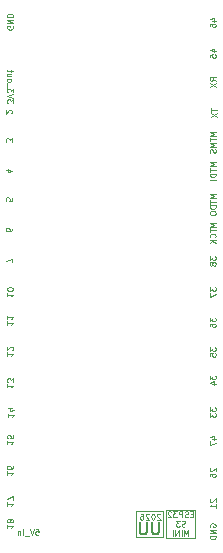
<source format=gbr>
%TF.GenerationSoftware,KiCad,Pcbnew,9.0.7-9.0.7~ubuntu22.04.1*%
%TF.CreationDate,2026-02-16T08:39:35-07:00*%
%TF.ProjectId,ESP32-S3-MINI-1_UU,45535033-322d-4533-932d-4d494e492d31,rev?*%
%TF.SameCoordinates,Original*%
%TF.FileFunction,Legend,Bot*%
%TF.FilePolarity,Positive*%
%FSLAX46Y46*%
G04 Gerber Fmt 4.6, Leading zero omitted, Abs format (unit mm)*
G04 Created by KiCad (PCBNEW 9.0.7-9.0.7~ubuntu22.04.1) date 2026-02-16 08:39:35*
%MOMM*%
%LPD*%
G01*
G04 APERTURE LIST*
%ADD10C,0.100000*%
%ADD11C,0.200000*%
G04 APERTURE END LIST*
D10*
X184500000Y-157800000D02*
X186800000Y-157800000D01*
X187000000Y-157900000D02*
X187000000Y-155500000D01*
X187000000Y-155500000D02*
X189500000Y-155500000D01*
X186800000Y-157800000D02*
X186800000Y-155600000D01*
X189500000Y-157900000D02*
X187000000Y-157900000D01*
X184500000Y-155600000D02*
X184500000Y-157800000D01*
X189500000Y-155500000D02*
X189500000Y-157900000D01*
X186800000Y-155600000D02*
X184500000Y-155600000D01*
X173966390Y-129077068D02*
X173966390Y-129315163D01*
X173966390Y-129315163D02*
X173728295Y-129338972D01*
X173728295Y-129338972D02*
X173752104Y-129315163D01*
X173752104Y-129315163D02*
X173775914Y-129267544D01*
X173775914Y-129267544D02*
X173775914Y-129148496D01*
X173775914Y-129148496D02*
X173752104Y-129100877D01*
X173752104Y-129100877D02*
X173728295Y-129077068D01*
X173728295Y-129077068D02*
X173680676Y-129053258D01*
X173680676Y-129053258D02*
X173561628Y-129053258D01*
X173561628Y-129053258D02*
X173514009Y-129077068D01*
X173514009Y-129077068D02*
X173490200Y-129100877D01*
X173490200Y-129100877D02*
X173466390Y-129148496D01*
X173466390Y-129148496D02*
X173466390Y-129267544D01*
X173466390Y-129267544D02*
X173490200Y-129315163D01*
X173490200Y-129315163D02*
X173514009Y-129338972D01*
X190781228Y-154561027D02*
X190757419Y-154584836D01*
X190757419Y-154584836D02*
X190733609Y-154632455D01*
X190733609Y-154632455D02*
X190733609Y-154751503D01*
X190733609Y-154751503D02*
X190757419Y-154799122D01*
X190757419Y-154799122D02*
X190781228Y-154822931D01*
X190781228Y-154822931D02*
X190828847Y-154846741D01*
X190828847Y-154846741D02*
X190876466Y-154846741D01*
X190876466Y-154846741D02*
X190947895Y-154822931D01*
X190947895Y-154822931D02*
X191233609Y-154537217D01*
X191233609Y-154537217D02*
X191233609Y-154846741D01*
X191233609Y-155322931D02*
X191233609Y-155037217D01*
X191233609Y-155180074D02*
X190733609Y-155180074D01*
X190733609Y-155180074D02*
X190805038Y-155132455D01*
X190805038Y-155132455D02*
X190852657Y-155084836D01*
X190852657Y-155084836D02*
X190876466Y-155037217D01*
X190733609Y-134037217D02*
X190733609Y-134346741D01*
X190733609Y-134346741D02*
X190924085Y-134180074D01*
X190924085Y-134180074D02*
X190924085Y-134251503D01*
X190924085Y-134251503D02*
X190947895Y-134299122D01*
X190947895Y-134299122D02*
X190971704Y-134322931D01*
X190971704Y-134322931D02*
X191019323Y-134346741D01*
X191019323Y-134346741D02*
X191138371Y-134346741D01*
X191138371Y-134346741D02*
X191185990Y-134322931D01*
X191185990Y-134322931D02*
X191209800Y-134299122D01*
X191209800Y-134299122D02*
X191233609Y-134251503D01*
X191233609Y-134251503D02*
X191233609Y-134108646D01*
X191233609Y-134108646D02*
X191209800Y-134061027D01*
X191209800Y-134061027D02*
X191185990Y-134037217D01*
X190947895Y-134632455D02*
X190924085Y-134584836D01*
X190924085Y-134584836D02*
X190900276Y-134561026D01*
X190900276Y-134561026D02*
X190852657Y-134537217D01*
X190852657Y-134537217D02*
X190828847Y-134537217D01*
X190828847Y-134537217D02*
X190781228Y-134561026D01*
X190781228Y-134561026D02*
X190757419Y-134584836D01*
X190757419Y-134584836D02*
X190733609Y-134632455D01*
X190733609Y-134632455D02*
X190733609Y-134727693D01*
X190733609Y-134727693D02*
X190757419Y-134775312D01*
X190757419Y-134775312D02*
X190781228Y-134799121D01*
X190781228Y-134799121D02*
X190828847Y-134822931D01*
X190828847Y-134822931D02*
X190852657Y-134822931D01*
X190852657Y-134822931D02*
X190900276Y-134799121D01*
X190900276Y-134799121D02*
X190924085Y-134775312D01*
X190924085Y-134775312D02*
X190947895Y-134727693D01*
X190947895Y-134727693D02*
X190947895Y-134632455D01*
X190947895Y-134632455D02*
X190971704Y-134584836D01*
X190971704Y-134584836D02*
X190995514Y-134561026D01*
X190995514Y-134561026D02*
X191043133Y-134537217D01*
X191043133Y-134537217D02*
X191138371Y-134537217D01*
X191138371Y-134537217D02*
X191185990Y-134561026D01*
X191185990Y-134561026D02*
X191209800Y-134584836D01*
X191209800Y-134584836D02*
X191233609Y-134632455D01*
X191233609Y-134632455D02*
X191233609Y-134727693D01*
X191233609Y-134727693D02*
X191209800Y-134775312D01*
X191209800Y-134775312D02*
X191185990Y-134799121D01*
X191185990Y-134799121D02*
X191138371Y-134822931D01*
X191138371Y-134822931D02*
X191043133Y-134822931D01*
X191043133Y-134822931D02*
X190995514Y-134799121D01*
X190995514Y-134799121D02*
X190971704Y-134775312D01*
X190971704Y-134775312D02*
X190947895Y-134727693D01*
X190781228Y-151961027D02*
X190757419Y-151984836D01*
X190757419Y-151984836D02*
X190733609Y-152032455D01*
X190733609Y-152032455D02*
X190733609Y-152151503D01*
X190733609Y-152151503D02*
X190757419Y-152199122D01*
X190757419Y-152199122D02*
X190781228Y-152222931D01*
X190781228Y-152222931D02*
X190828847Y-152246741D01*
X190828847Y-152246741D02*
X190876466Y-152246741D01*
X190876466Y-152246741D02*
X190947895Y-152222931D01*
X190947895Y-152222931D02*
X191233609Y-151937217D01*
X191233609Y-151937217D02*
X191233609Y-152246741D01*
X190733609Y-152675312D02*
X190733609Y-152580074D01*
X190733609Y-152580074D02*
X190757419Y-152532455D01*
X190757419Y-152532455D02*
X190781228Y-152508645D01*
X190781228Y-152508645D02*
X190852657Y-152461026D01*
X190852657Y-152461026D02*
X190947895Y-152437217D01*
X190947895Y-152437217D02*
X191138371Y-152437217D01*
X191138371Y-152437217D02*
X191185990Y-152461026D01*
X191185990Y-152461026D02*
X191209800Y-152484836D01*
X191209800Y-152484836D02*
X191233609Y-152532455D01*
X191233609Y-152532455D02*
X191233609Y-152627693D01*
X191233609Y-152627693D02*
X191209800Y-152675312D01*
X191209800Y-152675312D02*
X191185990Y-152699121D01*
X191185990Y-152699121D02*
X191138371Y-152722931D01*
X191138371Y-152722931D02*
X191019323Y-152722931D01*
X191019323Y-152722931D02*
X190971704Y-152699121D01*
X190971704Y-152699121D02*
X190947895Y-152675312D01*
X190947895Y-152675312D02*
X190924085Y-152627693D01*
X190924085Y-152627693D02*
X190924085Y-152532455D01*
X190924085Y-152532455D02*
X190947895Y-152484836D01*
X190947895Y-152484836D02*
X190971704Y-152461026D01*
X190971704Y-152461026D02*
X191019323Y-152437217D01*
X186538972Y-155881228D02*
X186515163Y-155857419D01*
X186515163Y-155857419D02*
X186467544Y-155833609D01*
X186467544Y-155833609D02*
X186348496Y-155833609D01*
X186348496Y-155833609D02*
X186300877Y-155857419D01*
X186300877Y-155857419D02*
X186277068Y-155881228D01*
X186277068Y-155881228D02*
X186253258Y-155928847D01*
X186253258Y-155928847D02*
X186253258Y-155976466D01*
X186253258Y-155976466D02*
X186277068Y-156047895D01*
X186277068Y-156047895D02*
X186562782Y-156333609D01*
X186562782Y-156333609D02*
X186253258Y-156333609D01*
X185943735Y-155833609D02*
X185896116Y-155833609D01*
X185896116Y-155833609D02*
X185848497Y-155857419D01*
X185848497Y-155857419D02*
X185824687Y-155881228D01*
X185824687Y-155881228D02*
X185800878Y-155928847D01*
X185800878Y-155928847D02*
X185777068Y-156024085D01*
X185777068Y-156024085D02*
X185777068Y-156143133D01*
X185777068Y-156143133D02*
X185800878Y-156238371D01*
X185800878Y-156238371D02*
X185824687Y-156285990D01*
X185824687Y-156285990D02*
X185848497Y-156309800D01*
X185848497Y-156309800D02*
X185896116Y-156333609D01*
X185896116Y-156333609D02*
X185943735Y-156333609D01*
X185943735Y-156333609D02*
X185991354Y-156309800D01*
X185991354Y-156309800D02*
X186015163Y-156285990D01*
X186015163Y-156285990D02*
X186038973Y-156238371D01*
X186038973Y-156238371D02*
X186062782Y-156143133D01*
X186062782Y-156143133D02*
X186062782Y-156024085D01*
X186062782Y-156024085D02*
X186038973Y-155928847D01*
X186038973Y-155928847D02*
X186015163Y-155881228D01*
X186015163Y-155881228D02*
X185991354Y-155857419D01*
X185991354Y-155857419D02*
X185943735Y-155833609D01*
X185586592Y-155881228D02*
X185562783Y-155857419D01*
X185562783Y-155857419D02*
X185515164Y-155833609D01*
X185515164Y-155833609D02*
X185396116Y-155833609D01*
X185396116Y-155833609D02*
X185348497Y-155857419D01*
X185348497Y-155857419D02*
X185324688Y-155881228D01*
X185324688Y-155881228D02*
X185300878Y-155928847D01*
X185300878Y-155928847D02*
X185300878Y-155976466D01*
X185300878Y-155976466D02*
X185324688Y-156047895D01*
X185324688Y-156047895D02*
X185610402Y-156333609D01*
X185610402Y-156333609D02*
X185300878Y-156333609D01*
X184872307Y-155833609D02*
X184967545Y-155833609D01*
X184967545Y-155833609D02*
X185015164Y-155857419D01*
X185015164Y-155857419D02*
X185038974Y-155881228D01*
X185038974Y-155881228D02*
X185086593Y-155952657D01*
X185086593Y-155952657D02*
X185110402Y-156047895D01*
X185110402Y-156047895D02*
X185110402Y-156238371D01*
X185110402Y-156238371D02*
X185086593Y-156285990D01*
X185086593Y-156285990D02*
X185062783Y-156309800D01*
X185062783Y-156309800D02*
X185015164Y-156333609D01*
X185015164Y-156333609D02*
X184919926Y-156333609D01*
X184919926Y-156333609D02*
X184872307Y-156309800D01*
X184872307Y-156309800D02*
X184848498Y-156285990D01*
X184848498Y-156285990D02*
X184824688Y-156238371D01*
X184824688Y-156238371D02*
X184824688Y-156119323D01*
X184824688Y-156119323D02*
X184848498Y-156071704D01*
X184848498Y-156071704D02*
X184872307Y-156047895D01*
X184872307Y-156047895D02*
X184919926Y-156024085D01*
X184919926Y-156024085D02*
X185015164Y-156024085D01*
X185015164Y-156024085D02*
X185062783Y-156047895D01*
X185062783Y-156047895D02*
X185086593Y-156071704D01*
X185086593Y-156071704D02*
X185110402Y-156119323D01*
X173566390Y-152253258D02*
X173566390Y-152538972D01*
X173566390Y-152396115D02*
X174066390Y-152396115D01*
X174066390Y-152396115D02*
X173994961Y-152443734D01*
X173994961Y-152443734D02*
X173947342Y-152491353D01*
X173947342Y-152491353D02*
X173923533Y-152538972D01*
X174066390Y-151824687D02*
X174066390Y-151919925D01*
X174066390Y-151919925D02*
X174042580Y-151967544D01*
X174042580Y-151967544D02*
X174018771Y-151991354D01*
X174018771Y-151991354D02*
X173947342Y-152038973D01*
X173947342Y-152038973D02*
X173852104Y-152062782D01*
X173852104Y-152062782D02*
X173661628Y-152062782D01*
X173661628Y-152062782D02*
X173614009Y-152038973D01*
X173614009Y-152038973D02*
X173590200Y-152015163D01*
X173590200Y-152015163D02*
X173566390Y-151967544D01*
X173566390Y-151967544D02*
X173566390Y-151872306D01*
X173566390Y-151872306D02*
X173590200Y-151824687D01*
X173590200Y-151824687D02*
X173614009Y-151800878D01*
X173614009Y-151800878D02*
X173661628Y-151777068D01*
X173661628Y-151777068D02*
X173780676Y-151777068D01*
X173780676Y-151777068D02*
X173828295Y-151800878D01*
X173828295Y-151800878D02*
X173852104Y-151824687D01*
X173852104Y-151824687D02*
X173875914Y-151872306D01*
X173875914Y-151872306D02*
X173875914Y-151967544D01*
X173875914Y-151967544D02*
X173852104Y-152015163D01*
X173852104Y-152015163D02*
X173828295Y-152038973D01*
X173828295Y-152038973D02*
X173780676Y-152062782D01*
X174042580Y-114553258D02*
X174066390Y-114600877D01*
X174066390Y-114600877D02*
X174066390Y-114672306D01*
X174066390Y-114672306D02*
X174042580Y-114743734D01*
X174042580Y-114743734D02*
X173994961Y-114791353D01*
X173994961Y-114791353D02*
X173947342Y-114815163D01*
X173947342Y-114815163D02*
X173852104Y-114838972D01*
X173852104Y-114838972D02*
X173780676Y-114838972D01*
X173780676Y-114838972D02*
X173685438Y-114815163D01*
X173685438Y-114815163D02*
X173637819Y-114791353D01*
X173637819Y-114791353D02*
X173590200Y-114743734D01*
X173590200Y-114743734D02*
X173566390Y-114672306D01*
X173566390Y-114672306D02*
X173566390Y-114624687D01*
X173566390Y-114624687D02*
X173590200Y-114553258D01*
X173590200Y-114553258D02*
X173614009Y-114529449D01*
X173614009Y-114529449D02*
X173780676Y-114529449D01*
X173780676Y-114529449D02*
X173780676Y-114624687D01*
X173566390Y-114315163D02*
X174066390Y-114315163D01*
X174066390Y-114315163D02*
X173566390Y-114029449D01*
X173566390Y-114029449D02*
X174066390Y-114029449D01*
X173566390Y-113791353D02*
X174066390Y-113791353D01*
X174066390Y-113791353D02*
X174066390Y-113672305D01*
X174066390Y-113672305D02*
X174042580Y-113600877D01*
X174042580Y-113600877D02*
X173994961Y-113553258D01*
X173994961Y-113553258D02*
X173947342Y-113529448D01*
X173947342Y-113529448D02*
X173852104Y-113505639D01*
X173852104Y-113505639D02*
X173780676Y-113505639D01*
X173780676Y-113505639D02*
X173685438Y-113529448D01*
X173685438Y-113529448D02*
X173637819Y-113553258D01*
X173637819Y-113553258D02*
X173590200Y-113600877D01*
X173590200Y-113600877D02*
X173566390Y-113672305D01*
X173566390Y-113672305D02*
X173566390Y-113791353D01*
X190833609Y-121513408D02*
X190833609Y-121799122D01*
X191333609Y-121656265D02*
X190833609Y-121656265D01*
X190833609Y-121918169D02*
X191333609Y-122251502D01*
X190833609Y-122251502D02*
X191333609Y-121918169D01*
X173566390Y-156753258D02*
X173566390Y-157038972D01*
X173566390Y-156896115D02*
X174066390Y-156896115D01*
X174066390Y-156896115D02*
X173994961Y-156943734D01*
X173994961Y-156943734D02*
X173947342Y-156991353D01*
X173947342Y-156991353D02*
X173923533Y-157038972D01*
X173852104Y-156467544D02*
X173875914Y-156515163D01*
X173875914Y-156515163D02*
X173899723Y-156538973D01*
X173899723Y-156538973D02*
X173947342Y-156562782D01*
X173947342Y-156562782D02*
X173971152Y-156562782D01*
X173971152Y-156562782D02*
X174018771Y-156538973D01*
X174018771Y-156538973D02*
X174042580Y-156515163D01*
X174042580Y-156515163D02*
X174066390Y-156467544D01*
X174066390Y-156467544D02*
X174066390Y-156372306D01*
X174066390Y-156372306D02*
X174042580Y-156324687D01*
X174042580Y-156324687D02*
X174018771Y-156300878D01*
X174018771Y-156300878D02*
X173971152Y-156277068D01*
X173971152Y-156277068D02*
X173947342Y-156277068D01*
X173947342Y-156277068D02*
X173899723Y-156300878D01*
X173899723Y-156300878D02*
X173875914Y-156324687D01*
X173875914Y-156324687D02*
X173852104Y-156372306D01*
X173852104Y-156372306D02*
X173852104Y-156467544D01*
X173852104Y-156467544D02*
X173828295Y-156515163D01*
X173828295Y-156515163D02*
X173804485Y-156538973D01*
X173804485Y-156538973D02*
X173756866Y-156562782D01*
X173756866Y-156562782D02*
X173661628Y-156562782D01*
X173661628Y-156562782D02*
X173614009Y-156538973D01*
X173614009Y-156538973D02*
X173590200Y-156515163D01*
X173590200Y-156515163D02*
X173566390Y-156467544D01*
X173566390Y-156467544D02*
X173566390Y-156372306D01*
X173566390Y-156372306D02*
X173590200Y-156324687D01*
X173590200Y-156324687D02*
X173614009Y-156300878D01*
X173614009Y-156300878D02*
X173661628Y-156277068D01*
X173661628Y-156277068D02*
X173756866Y-156277068D01*
X173756866Y-156277068D02*
X173804485Y-156300878D01*
X173804485Y-156300878D02*
X173828295Y-156324687D01*
X173828295Y-156324687D02*
X173852104Y-156372306D01*
X190900276Y-149499122D02*
X191233609Y-149499122D01*
X190709800Y-149380074D02*
X191066942Y-149261027D01*
X191066942Y-149261027D02*
X191066942Y-149570550D01*
X190733609Y-149713407D02*
X190733609Y-150046740D01*
X190733609Y-150046740D02*
X191233609Y-149832455D01*
X173566390Y-142153258D02*
X173566390Y-142438972D01*
X173566390Y-142296115D02*
X174066390Y-142296115D01*
X174066390Y-142296115D02*
X173994961Y-142343734D01*
X173994961Y-142343734D02*
X173947342Y-142391353D01*
X173947342Y-142391353D02*
X173923533Y-142438972D01*
X174018771Y-141962782D02*
X174042580Y-141938973D01*
X174042580Y-141938973D02*
X174066390Y-141891354D01*
X174066390Y-141891354D02*
X174066390Y-141772306D01*
X174066390Y-141772306D02*
X174042580Y-141724687D01*
X174042580Y-141724687D02*
X174018771Y-141700878D01*
X174018771Y-141700878D02*
X173971152Y-141677068D01*
X173971152Y-141677068D02*
X173923533Y-141677068D01*
X173923533Y-141677068D02*
X173852104Y-141700878D01*
X173852104Y-141700878D02*
X173566390Y-141986592D01*
X173566390Y-141986592D02*
X173566390Y-141677068D01*
X173566390Y-149653258D02*
X173566390Y-149938972D01*
X173566390Y-149796115D02*
X174066390Y-149796115D01*
X174066390Y-149796115D02*
X173994961Y-149843734D01*
X173994961Y-149843734D02*
X173947342Y-149891353D01*
X173947342Y-149891353D02*
X173923533Y-149938972D01*
X174066390Y-149200878D02*
X174066390Y-149438973D01*
X174066390Y-149438973D02*
X173828295Y-149462782D01*
X173828295Y-149462782D02*
X173852104Y-149438973D01*
X173852104Y-149438973D02*
X173875914Y-149391354D01*
X173875914Y-149391354D02*
X173875914Y-149272306D01*
X173875914Y-149272306D02*
X173852104Y-149224687D01*
X173852104Y-149224687D02*
X173828295Y-149200878D01*
X173828295Y-149200878D02*
X173780676Y-149177068D01*
X173780676Y-149177068D02*
X173661628Y-149177068D01*
X173661628Y-149177068D02*
X173614009Y-149200878D01*
X173614009Y-149200878D02*
X173590200Y-149224687D01*
X173590200Y-149224687D02*
X173566390Y-149272306D01*
X173566390Y-149272306D02*
X173566390Y-149391354D01*
X173566390Y-149391354D02*
X173590200Y-149438973D01*
X173590200Y-149438973D02*
X173614009Y-149462782D01*
X174066390Y-121062782D02*
X174066390Y-120753258D01*
X174066390Y-120753258D02*
X173875914Y-120919925D01*
X173875914Y-120919925D02*
X173875914Y-120848496D01*
X173875914Y-120848496D02*
X173852104Y-120800877D01*
X173852104Y-120800877D02*
X173828295Y-120777068D01*
X173828295Y-120777068D02*
X173780676Y-120753258D01*
X173780676Y-120753258D02*
X173661628Y-120753258D01*
X173661628Y-120753258D02*
X173614009Y-120777068D01*
X173614009Y-120777068D02*
X173590200Y-120800877D01*
X173590200Y-120800877D02*
X173566390Y-120848496D01*
X173566390Y-120848496D02*
X173566390Y-120991353D01*
X173566390Y-120991353D02*
X173590200Y-121038972D01*
X173590200Y-121038972D02*
X173614009Y-121062782D01*
X174066390Y-120610401D02*
X173566390Y-120443735D01*
X173566390Y-120443735D02*
X174066390Y-120277068D01*
X174066390Y-120158021D02*
X174066390Y-119848497D01*
X174066390Y-119848497D02*
X173875914Y-120015164D01*
X173875914Y-120015164D02*
X173875914Y-119943735D01*
X173875914Y-119943735D02*
X173852104Y-119896116D01*
X173852104Y-119896116D02*
X173828295Y-119872307D01*
X173828295Y-119872307D02*
X173780676Y-119848497D01*
X173780676Y-119848497D02*
X173661628Y-119848497D01*
X173661628Y-119848497D02*
X173614009Y-119872307D01*
X173614009Y-119872307D02*
X173590200Y-119896116D01*
X173590200Y-119896116D02*
X173566390Y-119943735D01*
X173566390Y-119943735D02*
X173566390Y-120086592D01*
X173566390Y-120086592D02*
X173590200Y-120134211D01*
X173590200Y-120134211D02*
X173614009Y-120158021D01*
X173518771Y-119753260D02*
X173518771Y-119372307D01*
X173566390Y-119181831D02*
X173590200Y-119229450D01*
X173590200Y-119229450D02*
X173614009Y-119253260D01*
X173614009Y-119253260D02*
X173661628Y-119277069D01*
X173661628Y-119277069D02*
X173804485Y-119277069D01*
X173804485Y-119277069D02*
X173852104Y-119253260D01*
X173852104Y-119253260D02*
X173875914Y-119229450D01*
X173875914Y-119229450D02*
X173899723Y-119181831D01*
X173899723Y-119181831D02*
X173899723Y-119110403D01*
X173899723Y-119110403D02*
X173875914Y-119062784D01*
X173875914Y-119062784D02*
X173852104Y-119038974D01*
X173852104Y-119038974D02*
X173804485Y-119015165D01*
X173804485Y-119015165D02*
X173661628Y-119015165D01*
X173661628Y-119015165D02*
X173614009Y-119038974D01*
X173614009Y-119038974D02*
X173590200Y-119062784D01*
X173590200Y-119062784D02*
X173566390Y-119110403D01*
X173566390Y-119110403D02*
X173566390Y-119181831D01*
X173899723Y-118586593D02*
X173566390Y-118586593D01*
X173899723Y-118800879D02*
X173637819Y-118800879D01*
X173637819Y-118800879D02*
X173590200Y-118777069D01*
X173590200Y-118777069D02*
X173566390Y-118729450D01*
X173566390Y-118729450D02*
X173566390Y-118658022D01*
X173566390Y-118658022D02*
X173590200Y-118610403D01*
X173590200Y-118610403D02*
X173614009Y-118586593D01*
X173899723Y-118419926D02*
X173899723Y-118229450D01*
X174066390Y-118348498D02*
X173637819Y-118348498D01*
X173637819Y-118348498D02*
X173590200Y-118324688D01*
X173590200Y-118324688D02*
X173566390Y-118277069D01*
X173566390Y-118277069D02*
X173566390Y-118229450D01*
X173799723Y-126700877D02*
X173466390Y-126700877D01*
X173990200Y-126819925D02*
X173633057Y-126938972D01*
X173633057Y-126938972D02*
X173633057Y-126629449D01*
X190900276Y-116699122D02*
X191233609Y-116699122D01*
X190709800Y-116580074D02*
X191066942Y-116461027D01*
X191066942Y-116461027D02*
X191066942Y-116770550D01*
X190733609Y-117199121D02*
X190733609Y-116961026D01*
X190733609Y-116961026D02*
X190971704Y-116937217D01*
X190971704Y-116937217D02*
X190947895Y-116961026D01*
X190947895Y-116961026D02*
X190924085Y-117008645D01*
X190924085Y-117008645D02*
X190924085Y-117127693D01*
X190924085Y-117127693D02*
X190947895Y-117175312D01*
X190947895Y-117175312D02*
X190971704Y-117199121D01*
X190971704Y-117199121D02*
X191019323Y-117222931D01*
X191019323Y-117222931D02*
X191138371Y-117222931D01*
X191138371Y-117222931D02*
X191185990Y-117199121D01*
X191185990Y-117199121D02*
X191209800Y-117175312D01*
X191209800Y-117175312D02*
X191233609Y-117127693D01*
X191233609Y-117127693D02*
X191233609Y-117008645D01*
X191233609Y-117008645D02*
X191209800Y-116961026D01*
X191209800Y-116961026D02*
X191185990Y-116937217D01*
X191233609Y-119170550D02*
X190995514Y-119003884D01*
X191233609Y-118884836D02*
X190733609Y-118884836D01*
X190733609Y-118884836D02*
X190733609Y-119075312D01*
X190733609Y-119075312D02*
X190757419Y-119122931D01*
X190757419Y-119122931D02*
X190781228Y-119146741D01*
X190781228Y-119146741D02*
X190828847Y-119170550D01*
X190828847Y-119170550D02*
X190900276Y-119170550D01*
X190900276Y-119170550D02*
X190947895Y-119146741D01*
X190947895Y-119146741D02*
X190971704Y-119122931D01*
X190971704Y-119122931D02*
X190995514Y-119075312D01*
X190995514Y-119075312D02*
X190995514Y-118884836D01*
X190733609Y-119337217D02*
X191233609Y-119670550D01*
X190733609Y-119670550D02*
X191233609Y-119337217D01*
X173966390Y-131700877D02*
X173966390Y-131796115D01*
X173966390Y-131796115D02*
X173942580Y-131843734D01*
X173942580Y-131843734D02*
X173918771Y-131867544D01*
X173918771Y-131867544D02*
X173847342Y-131915163D01*
X173847342Y-131915163D02*
X173752104Y-131938972D01*
X173752104Y-131938972D02*
X173561628Y-131938972D01*
X173561628Y-131938972D02*
X173514009Y-131915163D01*
X173514009Y-131915163D02*
X173490200Y-131891353D01*
X173490200Y-131891353D02*
X173466390Y-131843734D01*
X173466390Y-131843734D02*
X173466390Y-131748496D01*
X173466390Y-131748496D02*
X173490200Y-131700877D01*
X173490200Y-131700877D02*
X173514009Y-131677068D01*
X173514009Y-131677068D02*
X173561628Y-131653258D01*
X173561628Y-131653258D02*
X173680676Y-131653258D01*
X173680676Y-131653258D02*
X173728295Y-131677068D01*
X173728295Y-131677068D02*
X173752104Y-131700877D01*
X173752104Y-131700877D02*
X173775914Y-131748496D01*
X173775914Y-131748496D02*
X173775914Y-131843734D01*
X173775914Y-131843734D02*
X173752104Y-131891353D01*
X173752104Y-131891353D02*
X173728295Y-131915163D01*
X173728295Y-131915163D02*
X173680676Y-131938972D01*
X190900276Y-114099122D02*
X191233609Y-114099122D01*
X190709800Y-113980074D02*
X191066942Y-113861027D01*
X191066942Y-113861027D02*
X191066942Y-114170550D01*
X190733609Y-114575312D02*
X190733609Y-114480074D01*
X190733609Y-114480074D02*
X190757419Y-114432455D01*
X190757419Y-114432455D02*
X190781228Y-114408645D01*
X190781228Y-114408645D02*
X190852657Y-114361026D01*
X190852657Y-114361026D02*
X190947895Y-114337217D01*
X190947895Y-114337217D02*
X191138371Y-114337217D01*
X191138371Y-114337217D02*
X191185990Y-114361026D01*
X191185990Y-114361026D02*
X191209800Y-114384836D01*
X191209800Y-114384836D02*
X191233609Y-114432455D01*
X191233609Y-114432455D02*
X191233609Y-114527693D01*
X191233609Y-114527693D02*
X191209800Y-114575312D01*
X191209800Y-114575312D02*
X191185990Y-114599121D01*
X191185990Y-114599121D02*
X191138371Y-114622931D01*
X191138371Y-114622931D02*
X191019323Y-114622931D01*
X191019323Y-114622931D02*
X190971704Y-114599121D01*
X190971704Y-114599121D02*
X190947895Y-114575312D01*
X190947895Y-114575312D02*
X190924085Y-114527693D01*
X190924085Y-114527693D02*
X190924085Y-114432455D01*
X190924085Y-114432455D02*
X190947895Y-114384836D01*
X190947895Y-114384836D02*
X190971704Y-114361026D01*
X190971704Y-114361026D02*
X191019323Y-114337217D01*
X191233609Y-128784836D02*
X190733609Y-128784836D01*
X190733609Y-128784836D02*
X191090752Y-128951503D01*
X191090752Y-128951503D02*
X190733609Y-129118169D01*
X190733609Y-129118169D02*
X191233609Y-129118169D01*
X190733609Y-129284837D02*
X190733609Y-129570551D01*
X191233609Y-129427694D02*
X190733609Y-129427694D01*
X191233609Y-129737217D02*
X190733609Y-129737217D01*
X190733609Y-129737217D02*
X190733609Y-129856265D01*
X190733609Y-129856265D02*
X190757419Y-129927693D01*
X190757419Y-129927693D02*
X190805038Y-129975312D01*
X190805038Y-129975312D02*
X190852657Y-129999122D01*
X190852657Y-129999122D02*
X190947895Y-130022931D01*
X190947895Y-130022931D02*
X191019323Y-130022931D01*
X191019323Y-130022931D02*
X191114561Y-129999122D01*
X191114561Y-129999122D02*
X191162180Y-129975312D01*
X191162180Y-129975312D02*
X191209800Y-129927693D01*
X191209800Y-129927693D02*
X191233609Y-129856265D01*
X191233609Y-129856265D02*
X191233609Y-129737217D01*
X190733609Y-130332455D02*
X190733609Y-130427693D01*
X190733609Y-130427693D02*
X190757419Y-130475312D01*
X190757419Y-130475312D02*
X190805038Y-130522931D01*
X190805038Y-130522931D02*
X190900276Y-130546741D01*
X190900276Y-130546741D02*
X191066942Y-130546741D01*
X191066942Y-130546741D02*
X191162180Y-130522931D01*
X191162180Y-130522931D02*
X191209800Y-130475312D01*
X191209800Y-130475312D02*
X191233609Y-130427693D01*
X191233609Y-130427693D02*
X191233609Y-130332455D01*
X191233609Y-130332455D02*
X191209800Y-130284836D01*
X191209800Y-130284836D02*
X191162180Y-130237217D01*
X191162180Y-130237217D02*
X191066942Y-130213408D01*
X191066942Y-130213408D02*
X190900276Y-130213408D01*
X190900276Y-130213408D02*
X190805038Y-130237217D01*
X190805038Y-130237217D02*
X190757419Y-130284836D01*
X190757419Y-130284836D02*
X190733609Y-130332455D01*
X175977068Y-157133609D02*
X176215163Y-157133609D01*
X176215163Y-157133609D02*
X176238972Y-157371704D01*
X176238972Y-157371704D02*
X176215163Y-157347895D01*
X176215163Y-157347895D02*
X176167544Y-157324085D01*
X176167544Y-157324085D02*
X176048496Y-157324085D01*
X176048496Y-157324085D02*
X176000877Y-157347895D01*
X176000877Y-157347895D02*
X175977068Y-157371704D01*
X175977068Y-157371704D02*
X175953258Y-157419323D01*
X175953258Y-157419323D02*
X175953258Y-157538371D01*
X175953258Y-157538371D02*
X175977068Y-157585990D01*
X175977068Y-157585990D02*
X176000877Y-157609800D01*
X176000877Y-157609800D02*
X176048496Y-157633609D01*
X176048496Y-157633609D02*
X176167544Y-157633609D01*
X176167544Y-157633609D02*
X176215163Y-157609800D01*
X176215163Y-157609800D02*
X176238972Y-157585990D01*
X175810401Y-157133609D02*
X175643735Y-157633609D01*
X175643735Y-157633609D02*
X175477068Y-157133609D01*
X175429450Y-157681228D02*
X175048497Y-157681228D01*
X174929450Y-157633609D02*
X174929450Y-157300276D01*
X174929450Y-157133609D02*
X174953259Y-157157419D01*
X174953259Y-157157419D02*
X174929450Y-157181228D01*
X174929450Y-157181228D02*
X174905640Y-157157419D01*
X174905640Y-157157419D02*
X174929450Y-157133609D01*
X174929450Y-157133609D02*
X174929450Y-157181228D01*
X174691355Y-157300276D02*
X174691355Y-157633609D01*
X174691355Y-157347895D02*
X174667545Y-157324085D01*
X174667545Y-157324085D02*
X174619926Y-157300276D01*
X174619926Y-157300276D02*
X174548498Y-157300276D01*
X174548498Y-157300276D02*
X174500879Y-157324085D01*
X174500879Y-157324085D02*
X174477069Y-157371704D01*
X174477069Y-157371704D02*
X174477069Y-157633609D01*
X190733609Y-139237217D02*
X190733609Y-139546741D01*
X190733609Y-139546741D02*
X190924085Y-139380074D01*
X190924085Y-139380074D02*
X190924085Y-139451503D01*
X190924085Y-139451503D02*
X190947895Y-139499122D01*
X190947895Y-139499122D02*
X190971704Y-139522931D01*
X190971704Y-139522931D02*
X191019323Y-139546741D01*
X191019323Y-139546741D02*
X191138371Y-139546741D01*
X191138371Y-139546741D02*
X191185990Y-139522931D01*
X191185990Y-139522931D02*
X191209800Y-139499122D01*
X191209800Y-139499122D02*
X191233609Y-139451503D01*
X191233609Y-139451503D02*
X191233609Y-139308646D01*
X191233609Y-139308646D02*
X191209800Y-139261027D01*
X191209800Y-139261027D02*
X191185990Y-139237217D01*
X190733609Y-139975312D02*
X190733609Y-139880074D01*
X190733609Y-139880074D02*
X190757419Y-139832455D01*
X190757419Y-139832455D02*
X190781228Y-139808645D01*
X190781228Y-139808645D02*
X190852657Y-139761026D01*
X190852657Y-139761026D02*
X190947895Y-139737217D01*
X190947895Y-139737217D02*
X191138371Y-139737217D01*
X191138371Y-139737217D02*
X191185990Y-139761026D01*
X191185990Y-139761026D02*
X191209800Y-139784836D01*
X191209800Y-139784836D02*
X191233609Y-139832455D01*
X191233609Y-139832455D02*
X191233609Y-139927693D01*
X191233609Y-139927693D02*
X191209800Y-139975312D01*
X191209800Y-139975312D02*
X191185990Y-139999121D01*
X191185990Y-139999121D02*
X191138371Y-140022931D01*
X191138371Y-140022931D02*
X191019323Y-140022931D01*
X191019323Y-140022931D02*
X190971704Y-139999121D01*
X190971704Y-139999121D02*
X190947895Y-139975312D01*
X190947895Y-139975312D02*
X190924085Y-139927693D01*
X190924085Y-139927693D02*
X190924085Y-139832455D01*
X190924085Y-139832455D02*
X190947895Y-139784836D01*
X190947895Y-139784836D02*
X190971704Y-139761026D01*
X190971704Y-139761026D02*
X191019323Y-139737217D01*
X173566390Y-137153258D02*
X173566390Y-137438972D01*
X173566390Y-137296115D02*
X174066390Y-137296115D01*
X174066390Y-137296115D02*
X173994961Y-137343734D01*
X173994961Y-137343734D02*
X173947342Y-137391353D01*
X173947342Y-137391353D02*
X173923533Y-137438972D01*
X174066390Y-136843735D02*
X174066390Y-136796116D01*
X174066390Y-136796116D02*
X174042580Y-136748497D01*
X174042580Y-136748497D02*
X174018771Y-136724687D01*
X174018771Y-136724687D02*
X173971152Y-136700878D01*
X173971152Y-136700878D02*
X173875914Y-136677068D01*
X173875914Y-136677068D02*
X173756866Y-136677068D01*
X173756866Y-136677068D02*
X173661628Y-136700878D01*
X173661628Y-136700878D02*
X173614009Y-136724687D01*
X173614009Y-136724687D02*
X173590200Y-136748497D01*
X173590200Y-136748497D02*
X173566390Y-136796116D01*
X173566390Y-136796116D02*
X173566390Y-136843735D01*
X173566390Y-136843735D02*
X173590200Y-136891354D01*
X173590200Y-136891354D02*
X173614009Y-136915163D01*
X173614009Y-136915163D02*
X173661628Y-136938973D01*
X173661628Y-136938973D02*
X173756866Y-136962782D01*
X173756866Y-136962782D02*
X173875914Y-136962782D01*
X173875914Y-136962782D02*
X173971152Y-136938973D01*
X173971152Y-136938973D02*
X174018771Y-136915163D01*
X174018771Y-136915163D02*
X174042580Y-136891354D01*
X174042580Y-136891354D02*
X174066390Y-136843735D01*
X173566390Y-154853258D02*
X173566390Y-155138972D01*
X173566390Y-154996115D02*
X174066390Y-154996115D01*
X174066390Y-154996115D02*
X173994961Y-155043734D01*
X173994961Y-155043734D02*
X173947342Y-155091353D01*
X173947342Y-155091353D02*
X173923533Y-155138972D01*
X174066390Y-154686592D02*
X174066390Y-154353259D01*
X174066390Y-154353259D02*
X173566390Y-154567544D01*
X190733609Y-141737217D02*
X190733609Y-142046741D01*
X190733609Y-142046741D02*
X190924085Y-141880074D01*
X190924085Y-141880074D02*
X190924085Y-141951503D01*
X190924085Y-141951503D02*
X190947895Y-141999122D01*
X190947895Y-141999122D02*
X190971704Y-142022931D01*
X190971704Y-142022931D02*
X191019323Y-142046741D01*
X191019323Y-142046741D02*
X191138371Y-142046741D01*
X191138371Y-142046741D02*
X191185990Y-142022931D01*
X191185990Y-142022931D02*
X191209800Y-141999122D01*
X191209800Y-141999122D02*
X191233609Y-141951503D01*
X191233609Y-141951503D02*
X191233609Y-141808646D01*
X191233609Y-141808646D02*
X191209800Y-141761027D01*
X191209800Y-141761027D02*
X191185990Y-141737217D01*
X190733609Y-142499121D02*
X190733609Y-142261026D01*
X190733609Y-142261026D02*
X190971704Y-142237217D01*
X190971704Y-142237217D02*
X190947895Y-142261026D01*
X190947895Y-142261026D02*
X190924085Y-142308645D01*
X190924085Y-142308645D02*
X190924085Y-142427693D01*
X190924085Y-142427693D02*
X190947895Y-142475312D01*
X190947895Y-142475312D02*
X190971704Y-142499121D01*
X190971704Y-142499121D02*
X191019323Y-142522931D01*
X191019323Y-142522931D02*
X191138371Y-142522931D01*
X191138371Y-142522931D02*
X191185990Y-142499121D01*
X191185990Y-142499121D02*
X191209800Y-142475312D01*
X191209800Y-142475312D02*
X191233609Y-142427693D01*
X191233609Y-142427693D02*
X191233609Y-142308645D01*
X191233609Y-142308645D02*
X191209800Y-142261026D01*
X191209800Y-142261026D02*
X191185990Y-142237217D01*
X190733609Y-146837217D02*
X190733609Y-147146741D01*
X190733609Y-147146741D02*
X190924085Y-146980074D01*
X190924085Y-146980074D02*
X190924085Y-147051503D01*
X190924085Y-147051503D02*
X190947895Y-147099122D01*
X190947895Y-147099122D02*
X190971704Y-147122931D01*
X190971704Y-147122931D02*
X191019323Y-147146741D01*
X191019323Y-147146741D02*
X191138371Y-147146741D01*
X191138371Y-147146741D02*
X191185990Y-147122931D01*
X191185990Y-147122931D02*
X191209800Y-147099122D01*
X191209800Y-147099122D02*
X191233609Y-147051503D01*
X191233609Y-147051503D02*
X191233609Y-146908646D01*
X191233609Y-146908646D02*
X191209800Y-146861027D01*
X191209800Y-146861027D02*
X191185990Y-146837217D01*
X190733609Y-147313407D02*
X190733609Y-147622931D01*
X190733609Y-147622931D02*
X190924085Y-147456264D01*
X190924085Y-147456264D02*
X190924085Y-147527693D01*
X190924085Y-147527693D02*
X190947895Y-147575312D01*
X190947895Y-147575312D02*
X190971704Y-147599121D01*
X190971704Y-147599121D02*
X191019323Y-147622931D01*
X191019323Y-147622931D02*
X191138371Y-147622931D01*
X191138371Y-147622931D02*
X191185990Y-147599121D01*
X191185990Y-147599121D02*
X191209800Y-147575312D01*
X191209800Y-147575312D02*
X191233609Y-147527693D01*
X191233609Y-147527693D02*
X191233609Y-147384836D01*
X191233609Y-147384836D02*
X191209800Y-147337217D01*
X191209800Y-147337217D02*
X191185990Y-147313407D01*
X173566390Y-139553258D02*
X173566390Y-139838972D01*
X173566390Y-139696115D02*
X174066390Y-139696115D01*
X174066390Y-139696115D02*
X173994961Y-139743734D01*
X173994961Y-139743734D02*
X173947342Y-139791353D01*
X173947342Y-139791353D02*
X173923533Y-139838972D01*
X173566390Y-139077068D02*
X173566390Y-139362782D01*
X173566390Y-139219925D02*
X174066390Y-139219925D01*
X174066390Y-139219925D02*
X173994961Y-139267544D01*
X173994961Y-139267544D02*
X173947342Y-139315163D01*
X173947342Y-139315163D02*
X173923533Y-139362782D01*
X173966390Y-124362782D02*
X173966390Y-124053258D01*
X173966390Y-124053258D02*
X173775914Y-124219925D01*
X173775914Y-124219925D02*
X173775914Y-124148496D01*
X173775914Y-124148496D02*
X173752104Y-124100877D01*
X173752104Y-124100877D02*
X173728295Y-124077068D01*
X173728295Y-124077068D02*
X173680676Y-124053258D01*
X173680676Y-124053258D02*
X173561628Y-124053258D01*
X173561628Y-124053258D02*
X173514009Y-124077068D01*
X173514009Y-124077068D02*
X173490200Y-124100877D01*
X173490200Y-124100877D02*
X173466390Y-124148496D01*
X173466390Y-124148496D02*
X173466390Y-124291353D01*
X173466390Y-124291353D02*
X173490200Y-124338972D01*
X173490200Y-124338972D02*
X173514009Y-124362782D01*
X190757419Y-156946741D02*
X190733609Y-156899122D01*
X190733609Y-156899122D02*
X190733609Y-156827693D01*
X190733609Y-156827693D02*
X190757419Y-156756265D01*
X190757419Y-156756265D02*
X190805038Y-156708646D01*
X190805038Y-156708646D02*
X190852657Y-156684836D01*
X190852657Y-156684836D02*
X190947895Y-156661027D01*
X190947895Y-156661027D02*
X191019323Y-156661027D01*
X191019323Y-156661027D02*
X191114561Y-156684836D01*
X191114561Y-156684836D02*
X191162180Y-156708646D01*
X191162180Y-156708646D02*
X191209800Y-156756265D01*
X191209800Y-156756265D02*
X191233609Y-156827693D01*
X191233609Y-156827693D02*
X191233609Y-156875312D01*
X191233609Y-156875312D02*
X191209800Y-156946741D01*
X191209800Y-156946741D02*
X191185990Y-156970550D01*
X191185990Y-156970550D02*
X191019323Y-156970550D01*
X191019323Y-156970550D02*
X191019323Y-156875312D01*
X191233609Y-157184836D02*
X190733609Y-157184836D01*
X190733609Y-157184836D02*
X191233609Y-157470550D01*
X191233609Y-157470550D02*
X190733609Y-157470550D01*
X191233609Y-157708646D02*
X190733609Y-157708646D01*
X190733609Y-157708646D02*
X190733609Y-157827694D01*
X190733609Y-157827694D02*
X190757419Y-157899122D01*
X190757419Y-157899122D02*
X190805038Y-157946741D01*
X190805038Y-157946741D02*
X190852657Y-157970551D01*
X190852657Y-157970551D02*
X190947895Y-157994360D01*
X190947895Y-157994360D02*
X191019323Y-157994360D01*
X191019323Y-157994360D02*
X191114561Y-157970551D01*
X191114561Y-157970551D02*
X191162180Y-157946741D01*
X191162180Y-157946741D02*
X191209800Y-157899122D01*
X191209800Y-157899122D02*
X191233609Y-157827694D01*
X191233609Y-157827694D02*
X191233609Y-157708646D01*
X173566390Y-144853258D02*
X173566390Y-145138972D01*
X173566390Y-144996115D02*
X174066390Y-144996115D01*
X174066390Y-144996115D02*
X173994961Y-145043734D01*
X173994961Y-145043734D02*
X173947342Y-145091353D01*
X173947342Y-145091353D02*
X173923533Y-145138972D01*
X174066390Y-144686592D02*
X174066390Y-144377068D01*
X174066390Y-144377068D02*
X173875914Y-144543735D01*
X173875914Y-144543735D02*
X173875914Y-144472306D01*
X173875914Y-144472306D02*
X173852104Y-144424687D01*
X173852104Y-144424687D02*
X173828295Y-144400878D01*
X173828295Y-144400878D02*
X173780676Y-144377068D01*
X173780676Y-144377068D02*
X173661628Y-144377068D01*
X173661628Y-144377068D02*
X173614009Y-144400878D01*
X173614009Y-144400878D02*
X173590200Y-144424687D01*
X173590200Y-144424687D02*
X173566390Y-144472306D01*
X173566390Y-144472306D02*
X173566390Y-144615163D01*
X173566390Y-144615163D02*
X173590200Y-144662782D01*
X173590200Y-144662782D02*
X173614009Y-144686592D01*
X173666390Y-147353258D02*
X173666390Y-147638972D01*
X173666390Y-147496115D02*
X174166390Y-147496115D01*
X174166390Y-147496115D02*
X174094961Y-147543734D01*
X174094961Y-147543734D02*
X174047342Y-147591353D01*
X174047342Y-147591353D02*
X174023533Y-147638972D01*
X173999723Y-146924687D02*
X173666390Y-146924687D01*
X174190200Y-147043735D02*
X173833057Y-147162782D01*
X173833057Y-147162782D02*
X173833057Y-146853259D01*
X173966390Y-134562782D02*
X173966390Y-134229449D01*
X173966390Y-134229449D02*
X173466390Y-134443734D01*
X191233609Y-123484836D02*
X190733609Y-123484836D01*
X190733609Y-123484836D02*
X191090752Y-123651503D01*
X191090752Y-123651503D02*
X190733609Y-123818169D01*
X190733609Y-123818169D02*
X191233609Y-123818169D01*
X190733609Y-123984837D02*
X190733609Y-124270551D01*
X191233609Y-124127694D02*
X190733609Y-124127694D01*
X191233609Y-124437217D02*
X190733609Y-124437217D01*
X190733609Y-124437217D02*
X191090752Y-124603884D01*
X191090752Y-124603884D02*
X190733609Y-124770550D01*
X190733609Y-124770550D02*
X191233609Y-124770550D01*
X191209800Y-124984837D02*
X191233609Y-125056265D01*
X191233609Y-125056265D02*
X191233609Y-125175313D01*
X191233609Y-125175313D02*
X191209800Y-125222932D01*
X191209800Y-125222932D02*
X191185990Y-125246741D01*
X191185990Y-125246741D02*
X191138371Y-125270551D01*
X191138371Y-125270551D02*
X191090752Y-125270551D01*
X191090752Y-125270551D02*
X191043133Y-125246741D01*
X191043133Y-125246741D02*
X191019323Y-125222932D01*
X191019323Y-125222932D02*
X190995514Y-125175313D01*
X190995514Y-125175313D02*
X190971704Y-125080075D01*
X190971704Y-125080075D02*
X190947895Y-125032456D01*
X190947895Y-125032456D02*
X190924085Y-125008646D01*
X190924085Y-125008646D02*
X190876466Y-124984837D01*
X190876466Y-124984837D02*
X190828847Y-124984837D01*
X190828847Y-124984837D02*
X190781228Y-125008646D01*
X190781228Y-125008646D02*
X190757419Y-125032456D01*
X190757419Y-125032456D02*
X190733609Y-125080075D01*
X190733609Y-125080075D02*
X190733609Y-125199122D01*
X190733609Y-125199122D02*
X190757419Y-125270551D01*
D11*
X186430326Y-156567219D02*
X186430326Y-157376742D01*
X186430326Y-157376742D02*
X186382707Y-157471980D01*
X186382707Y-157471980D02*
X186335088Y-157519600D01*
X186335088Y-157519600D02*
X186239850Y-157567219D01*
X186239850Y-157567219D02*
X186049374Y-157567219D01*
X186049374Y-157567219D02*
X185954136Y-157519600D01*
X185954136Y-157519600D02*
X185906517Y-157471980D01*
X185906517Y-157471980D02*
X185858898Y-157376742D01*
X185858898Y-157376742D02*
X185858898Y-156567219D01*
X185382707Y-156567219D02*
X185382707Y-157376742D01*
X185382707Y-157376742D02*
X185335088Y-157471980D01*
X185335088Y-157471980D02*
X185287469Y-157519600D01*
X185287469Y-157519600D02*
X185192231Y-157567219D01*
X185192231Y-157567219D02*
X185001755Y-157567219D01*
X185001755Y-157567219D02*
X184906517Y-157519600D01*
X184906517Y-157519600D02*
X184858898Y-157471980D01*
X184858898Y-157471980D02*
X184811279Y-157376742D01*
X184811279Y-157376742D02*
X184811279Y-156567219D01*
D10*
X189321427Y-155861760D02*
X189154760Y-155861760D01*
X189083332Y-156123665D02*
X189321427Y-156123665D01*
X189321427Y-156123665D02*
X189321427Y-155623665D01*
X189321427Y-155623665D02*
X189083332Y-155623665D01*
X188892855Y-156099856D02*
X188821427Y-156123665D01*
X188821427Y-156123665D02*
X188702379Y-156123665D01*
X188702379Y-156123665D02*
X188654760Y-156099856D01*
X188654760Y-156099856D02*
X188630951Y-156076046D01*
X188630951Y-156076046D02*
X188607141Y-156028427D01*
X188607141Y-156028427D02*
X188607141Y-155980808D01*
X188607141Y-155980808D02*
X188630951Y-155933189D01*
X188630951Y-155933189D02*
X188654760Y-155909379D01*
X188654760Y-155909379D02*
X188702379Y-155885570D01*
X188702379Y-155885570D02*
X188797617Y-155861760D01*
X188797617Y-155861760D02*
X188845236Y-155837951D01*
X188845236Y-155837951D02*
X188869046Y-155814141D01*
X188869046Y-155814141D02*
X188892855Y-155766522D01*
X188892855Y-155766522D02*
X188892855Y-155718903D01*
X188892855Y-155718903D02*
X188869046Y-155671284D01*
X188869046Y-155671284D02*
X188845236Y-155647475D01*
X188845236Y-155647475D02*
X188797617Y-155623665D01*
X188797617Y-155623665D02*
X188678570Y-155623665D01*
X188678570Y-155623665D02*
X188607141Y-155647475D01*
X188392856Y-156123665D02*
X188392856Y-155623665D01*
X188392856Y-155623665D02*
X188202380Y-155623665D01*
X188202380Y-155623665D02*
X188154761Y-155647475D01*
X188154761Y-155647475D02*
X188130951Y-155671284D01*
X188130951Y-155671284D02*
X188107142Y-155718903D01*
X188107142Y-155718903D02*
X188107142Y-155790332D01*
X188107142Y-155790332D02*
X188130951Y-155837951D01*
X188130951Y-155837951D02*
X188154761Y-155861760D01*
X188154761Y-155861760D02*
X188202380Y-155885570D01*
X188202380Y-155885570D02*
X188392856Y-155885570D01*
X187940475Y-155623665D02*
X187630951Y-155623665D01*
X187630951Y-155623665D02*
X187797618Y-155814141D01*
X187797618Y-155814141D02*
X187726189Y-155814141D01*
X187726189Y-155814141D02*
X187678570Y-155837951D01*
X187678570Y-155837951D02*
X187654761Y-155861760D01*
X187654761Y-155861760D02*
X187630951Y-155909379D01*
X187630951Y-155909379D02*
X187630951Y-156028427D01*
X187630951Y-156028427D02*
X187654761Y-156076046D01*
X187654761Y-156076046D02*
X187678570Y-156099856D01*
X187678570Y-156099856D02*
X187726189Y-156123665D01*
X187726189Y-156123665D02*
X187869046Y-156123665D01*
X187869046Y-156123665D02*
X187916665Y-156099856D01*
X187916665Y-156099856D02*
X187940475Y-156076046D01*
X187440475Y-155671284D02*
X187416666Y-155647475D01*
X187416666Y-155647475D02*
X187369047Y-155623665D01*
X187369047Y-155623665D02*
X187249999Y-155623665D01*
X187249999Y-155623665D02*
X187202380Y-155647475D01*
X187202380Y-155647475D02*
X187178571Y-155671284D01*
X187178571Y-155671284D02*
X187154761Y-155718903D01*
X187154761Y-155718903D02*
X187154761Y-155766522D01*
X187154761Y-155766522D02*
X187178571Y-155837951D01*
X187178571Y-155837951D02*
X187464285Y-156123665D01*
X187464285Y-156123665D02*
X187154761Y-156123665D01*
X188630951Y-156904828D02*
X188559523Y-156928637D01*
X188559523Y-156928637D02*
X188440475Y-156928637D01*
X188440475Y-156928637D02*
X188392856Y-156904828D01*
X188392856Y-156904828D02*
X188369047Y-156881018D01*
X188369047Y-156881018D02*
X188345237Y-156833399D01*
X188345237Y-156833399D02*
X188345237Y-156785780D01*
X188345237Y-156785780D02*
X188369047Y-156738161D01*
X188369047Y-156738161D02*
X188392856Y-156714351D01*
X188392856Y-156714351D02*
X188440475Y-156690542D01*
X188440475Y-156690542D02*
X188535713Y-156666732D01*
X188535713Y-156666732D02*
X188583332Y-156642923D01*
X188583332Y-156642923D02*
X188607142Y-156619113D01*
X188607142Y-156619113D02*
X188630951Y-156571494D01*
X188630951Y-156571494D02*
X188630951Y-156523875D01*
X188630951Y-156523875D02*
X188607142Y-156476256D01*
X188607142Y-156476256D02*
X188583332Y-156452447D01*
X188583332Y-156452447D02*
X188535713Y-156428637D01*
X188535713Y-156428637D02*
X188416666Y-156428637D01*
X188416666Y-156428637D02*
X188345237Y-156452447D01*
X188178571Y-156428637D02*
X187869047Y-156428637D01*
X187869047Y-156428637D02*
X188035714Y-156619113D01*
X188035714Y-156619113D02*
X187964285Y-156619113D01*
X187964285Y-156619113D02*
X187916666Y-156642923D01*
X187916666Y-156642923D02*
X187892857Y-156666732D01*
X187892857Y-156666732D02*
X187869047Y-156714351D01*
X187869047Y-156714351D02*
X187869047Y-156833399D01*
X187869047Y-156833399D02*
X187892857Y-156881018D01*
X187892857Y-156881018D02*
X187916666Y-156904828D01*
X187916666Y-156904828D02*
X187964285Y-156928637D01*
X187964285Y-156928637D02*
X188107142Y-156928637D01*
X188107142Y-156928637D02*
X188154761Y-156904828D01*
X188154761Y-156904828D02*
X188178571Y-156881018D01*
X188916666Y-157733609D02*
X188916666Y-157233609D01*
X188916666Y-157233609D02*
X188749999Y-157590752D01*
X188749999Y-157590752D02*
X188583333Y-157233609D01*
X188583333Y-157233609D02*
X188583333Y-157733609D01*
X188345237Y-157733609D02*
X188345237Y-157233609D01*
X188107142Y-157733609D02*
X188107142Y-157233609D01*
X188107142Y-157233609D02*
X187821428Y-157733609D01*
X187821428Y-157733609D02*
X187821428Y-157233609D01*
X187583332Y-157733609D02*
X187583332Y-157233609D01*
X173918771Y-121938972D02*
X173942580Y-121915163D01*
X173942580Y-121915163D02*
X173966390Y-121867544D01*
X173966390Y-121867544D02*
X173966390Y-121748496D01*
X173966390Y-121748496D02*
X173942580Y-121700877D01*
X173942580Y-121700877D02*
X173918771Y-121677068D01*
X173918771Y-121677068D02*
X173871152Y-121653258D01*
X173871152Y-121653258D02*
X173823533Y-121653258D01*
X173823533Y-121653258D02*
X173752104Y-121677068D01*
X173752104Y-121677068D02*
X173466390Y-121962782D01*
X173466390Y-121962782D02*
X173466390Y-121653258D01*
X190733609Y-144137217D02*
X190733609Y-144446741D01*
X190733609Y-144446741D02*
X190924085Y-144280074D01*
X190924085Y-144280074D02*
X190924085Y-144351503D01*
X190924085Y-144351503D02*
X190947895Y-144399122D01*
X190947895Y-144399122D02*
X190971704Y-144422931D01*
X190971704Y-144422931D02*
X191019323Y-144446741D01*
X191019323Y-144446741D02*
X191138371Y-144446741D01*
X191138371Y-144446741D02*
X191185990Y-144422931D01*
X191185990Y-144422931D02*
X191209800Y-144399122D01*
X191209800Y-144399122D02*
X191233609Y-144351503D01*
X191233609Y-144351503D02*
X191233609Y-144208646D01*
X191233609Y-144208646D02*
X191209800Y-144161027D01*
X191209800Y-144161027D02*
X191185990Y-144137217D01*
X190900276Y-144875312D02*
X191233609Y-144875312D01*
X190709800Y-144756264D02*
X191066942Y-144637217D01*
X191066942Y-144637217D02*
X191066942Y-144946740D01*
X191233609Y-126084836D02*
X190733609Y-126084836D01*
X190733609Y-126084836D02*
X191090752Y-126251503D01*
X191090752Y-126251503D02*
X190733609Y-126418169D01*
X190733609Y-126418169D02*
X191233609Y-126418169D01*
X190733609Y-126584837D02*
X190733609Y-126870551D01*
X191233609Y-126727694D02*
X190733609Y-126727694D01*
X191233609Y-127037217D02*
X190733609Y-127037217D01*
X190733609Y-127037217D02*
X190733609Y-127156265D01*
X190733609Y-127156265D02*
X190757419Y-127227693D01*
X190757419Y-127227693D02*
X190805038Y-127275312D01*
X190805038Y-127275312D02*
X190852657Y-127299122D01*
X190852657Y-127299122D02*
X190947895Y-127322931D01*
X190947895Y-127322931D02*
X191019323Y-127322931D01*
X191019323Y-127322931D02*
X191114561Y-127299122D01*
X191114561Y-127299122D02*
X191162180Y-127275312D01*
X191162180Y-127275312D02*
X191209800Y-127227693D01*
X191209800Y-127227693D02*
X191233609Y-127156265D01*
X191233609Y-127156265D02*
X191233609Y-127037217D01*
X191233609Y-127537217D02*
X190733609Y-127537217D01*
X190733609Y-136637217D02*
X190733609Y-136946741D01*
X190733609Y-136946741D02*
X190924085Y-136780074D01*
X190924085Y-136780074D02*
X190924085Y-136851503D01*
X190924085Y-136851503D02*
X190947895Y-136899122D01*
X190947895Y-136899122D02*
X190971704Y-136922931D01*
X190971704Y-136922931D02*
X191019323Y-136946741D01*
X191019323Y-136946741D02*
X191138371Y-136946741D01*
X191138371Y-136946741D02*
X191185990Y-136922931D01*
X191185990Y-136922931D02*
X191209800Y-136899122D01*
X191209800Y-136899122D02*
X191233609Y-136851503D01*
X191233609Y-136851503D02*
X191233609Y-136708646D01*
X191233609Y-136708646D02*
X191209800Y-136661027D01*
X191209800Y-136661027D02*
X191185990Y-136637217D01*
X190733609Y-137113407D02*
X190733609Y-137446740D01*
X190733609Y-137446740D02*
X191233609Y-137232455D01*
X191233609Y-131184836D02*
X190733609Y-131184836D01*
X190733609Y-131184836D02*
X191090752Y-131351503D01*
X191090752Y-131351503D02*
X190733609Y-131518169D01*
X190733609Y-131518169D02*
X191233609Y-131518169D01*
X190733609Y-131684837D02*
X190733609Y-131970551D01*
X191233609Y-131827694D02*
X190733609Y-131827694D01*
X191185990Y-132422931D02*
X191209800Y-132399122D01*
X191209800Y-132399122D02*
X191233609Y-132327693D01*
X191233609Y-132327693D02*
X191233609Y-132280074D01*
X191233609Y-132280074D02*
X191209800Y-132208646D01*
X191209800Y-132208646D02*
X191162180Y-132161027D01*
X191162180Y-132161027D02*
X191114561Y-132137217D01*
X191114561Y-132137217D02*
X191019323Y-132113408D01*
X191019323Y-132113408D02*
X190947895Y-132113408D01*
X190947895Y-132113408D02*
X190852657Y-132137217D01*
X190852657Y-132137217D02*
X190805038Y-132161027D01*
X190805038Y-132161027D02*
X190757419Y-132208646D01*
X190757419Y-132208646D02*
X190733609Y-132280074D01*
X190733609Y-132280074D02*
X190733609Y-132327693D01*
X190733609Y-132327693D02*
X190757419Y-132399122D01*
X190757419Y-132399122D02*
X190781228Y-132422931D01*
X191233609Y-132637217D02*
X190733609Y-132637217D01*
X191233609Y-132922931D02*
X190947895Y-132708646D01*
X190733609Y-132922931D02*
X191019323Y-132637217D01*
M02*

</source>
